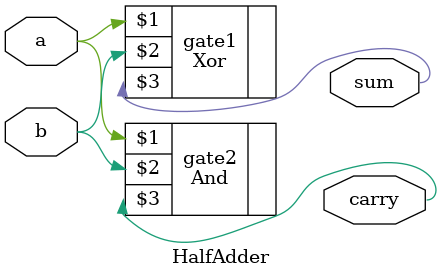
<source format=v>
`ifndef HALFADDER_V
`define HALFADDER_V
`include "xor.v"
`include "and.v"
module HalfAdder(input a, b, output sum, carry);
    Xor gate1(a, b, sum);
    And gate2(a, b, carry);
endmodule
`endif 
</source>
